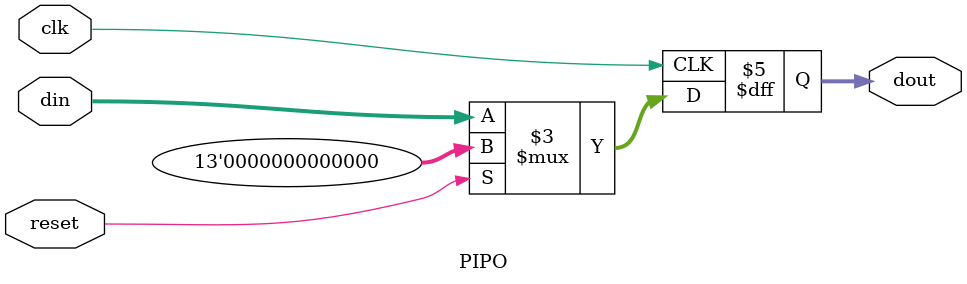
<source format=v>
module PIPO ( din ,clk ,reset ,dout );

output [12:0] dout ;
reg [12:0] dout ;

input [12:0] din ;
wire [12:0] din ;

input clk ;
wire clk ;
input reset ;
wire reset ;


always @ (posedge (clk)) begin
 if (reset)
  dout <= 0;
 else
  dout <= din;
end

endmodule
</source>
